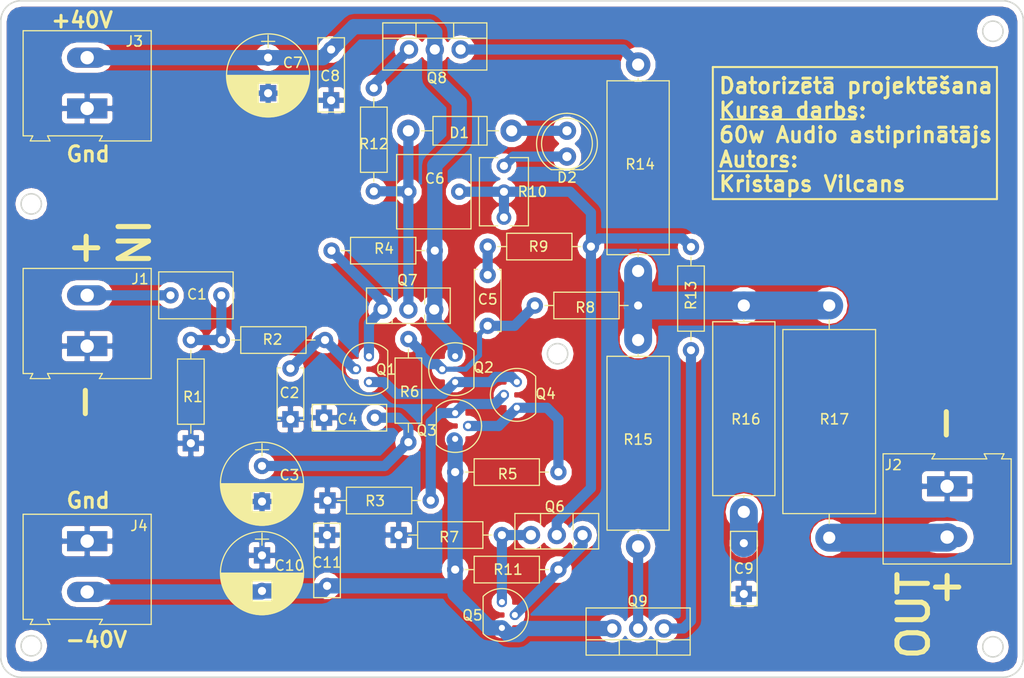
<source format=kicad_pcb>
(kicad_pcb (version 4) (host pcbnew 4.0.6)
  (title_block (title "Kursa darbs Datorizētajā projektēšanā") (rev "v 5.0") (comment 1 "Kristaps Vilcāns") (comment 2 Autors:) (comment 4 "60WAudio Pastiprinātājs"))
  (layers (0 F.Cu signal) (31 B.Cu signal) (34 B.Paste user) (37 F.SilkS user) (38 B.Mask user) (39 F.Mask user) (44 Edge.Cuts user))
  (net 0 "")
  (net 1 "Net-(C1-Pad1)")
  (net 2 "Net-(C1-Pad2)")
  (net 3 "Net-(C2-Pad1)")
  (net 4 GND)
  (net 5 "Net-(C3-Pad1)")
  (net 6 "Net-(C5-Pad1)")
  (net 7 "Net-(C5-Pad2)")
  (net 8 "Net-(C6-Pad1)")
  (net 9 "Net-(C6-Pad2)")
  (net 10 "Net-(C7-Pad1)")
  (net 11 "Net-(C9-Pad1)")
  (net 12 "Net-(D1-Pad1)")
  (net 13 "Net-(D2-Pad1)")
  (net 14 "Net-(J2-Pad1)")
  (net 15 "Net-(Q1-Pad3)")
  (net 16 "Net-(Q1-Pad1)")
  (net 17 "Net-(Q3-Pad2)")
  (net 18 "Net-(Q3-Pad1)")
  (net 19 "Net-(Q5-Pad2)")
  (net 20 "Net-(Q5-Pad1)")
  (net 21 "Net-(Q8-Pad1)")
  (net 22 "Net-(Q8-Pad3)")
  (net 23 "Net-(Q9-Pad1)")
  (net 24 "Net-(Q9-Pad2)")
  (net 25 "Net-(R14-Pad2)")
  (net 26 "Net-(C10-Pad2)")
  (module Capacitors_THT:C_Rect_L7.2mm_W4.5mm_P5.00mm_FKS2_FKP2_MKS2_MKP2 (layer F.Cu) (at 95 88.8 180)
    (fp_text reference C1 (at 2.4 0.1 180) (layer F.SilkS))
    (fp_text value 470nF)
    (pad 1 thru_hole circle (at 0 0 180) (size 1.6 1.6) (drill 0.8) (layers *.Cu *.Mask) (net 1 "Net-(C1-Pad1)"))
    (pad 2 thru_hole circle (at 5 0 180) (size 1.6 1.6) (drill 0.8) (layers *.Cu *.Mask) (net 2 "Net-(C1-Pad2)"))
  )
  (module Capacitors_THT:C_Disc_D5.0mm_W2.5mm_P5.00mm (layer F.Cu) (at 101.8 96 270)
    (fp_text reference C2 (at 2.4 0.1 360) (layer F.SilkS))
    (fp_text value 470pF)
    (pad 1 thru_hole circle (at 0 0 270) (size 1.6 1.6) (drill 0.8) (layers *.Cu *.Mask) (net 3 "Net-(C2-Pad1)"))
    (pad 2 thru_hole rect (at 5 0 270) (size 1.6 1.6) (drill 0.8) (layers *.Cu *.Mask) (net 4 GND))
  )
  (module Capacitors_THT:CP_Radial_D8.0mm_P3.50mm (layer F.Cu) (at 99 105.6 270)
    (fp_text reference C3 (at 0.9 -2.7 360) (layer F.SilkS))
    (fp_text value 47uF)
    (pad 1 thru_hole circle (at 0 0 270) (size 1.6 1.6) (drill 0.8) (layers *.Cu *.Mask) (net 5 "Net-(C3-Pad1)"))
    (pad 2 thru_hole rect (at 3.5 0 270) (size 1.6 1.6) (drill 0.8) (layers *.Cu *.Mask) (net 4 GND))
  )
  (module Capacitors_THT:C_Rect_L7.2mm_W2.5mm_P5.00mm_FKS2_FKP2_MKS2_MKP2 (layer F.Cu) (at 110.1008 100.8484 180)
    (fp_text reference C4 (at 2.7008 -0.1516 180) (layer F.SilkS))
    (fp_text value 100nF)
    (pad 1 thru_hole circle (at 0 0 180) (size 1.6 1.6) (drill 0.8) (layers *.Cu *.Mask) (net 5 "Net-(C3-Pad1)"))
    (pad 2 thru_hole rect (at 5 0 180) (size 1.6 1.6) (drill 0.8) (layers *.Cu *.Mask) (net 4 GND))
  )
  (module Capacitors_THT:C_Disc_D6.0mm_W2.5mm_P5.00mm (layer F.Cu) (at 121.2 91.8 90)
    (fp_text reference C5 (at 2.6 0 180) (layer F.SilkS))
    (fp_text value 10pF)
    (pad 1 thru_hole circle (at 0 0 90) (size 1.6 1.6) (drill 0.8) (layers *.Cu *.Mask) (net 6 "Net-(C5-Pad1)"))
    (pad 2 thru_hole circle (at 5 0 90) (size 1.6 1.6) (drill 0.8) (layers *.Cu *.Mask) (net 7 "Net-(C5-Pad2)"))
  )
  (module Capacitors_THT:C_Rect_L7.2mm_W7.2mm_P5.00mm_FKS2_FKP2_MKS2_MKP2 (layer F.Cu) (at 113.4 78.6)
    (fp_text reference C6 (at 2.6 -1.3) (layer F.SilkS))
    (fp_text value 1uF)
    (pad 1 thru_hole circle (at 0 0) (size 1.6 1.6) (drill 0.8) (layers *.Cu *.Mask) (net 8 "Net-(C6-Pad1)"))
    (pad 2 thru_hole circle (at 5 0) (size 1.6 1.6) (drill 0.8) (layers *.Cu *.Mask) (net 9 "Net-(C6-Pad2)"))
  )
  (module Capacitors_THT:CP_Radial_D8.0mm_P3.50mm (layer F.Cu) (at 99.6 65.4 270)
    (fp_text reference C7 (at 0.506 -2.4268 360) (layer F.SilkS))
    (fp_text value 100uF)
    (pad 1 thru_hole circle (at 0 0 270) (size 1.6 1.6) (drill 0.8) (layers *.Cu *.Mask) (net 10 "Net-(C7-Pad1)"))
    (pad 2 thru_hole rect (at 3.5 0 270) (size 1.6 1.6) (drill 0.8) (layers *.Cu *.Mask) (net 4 GND))
  )
  (module Capacitors_THT:C_Rect_L7.2mm_W2.5mm_P5.00mm_FKS2_FKP2_MKS2_MKP2 (layer F.Cu) (at 105.8 64.6 270)
    (fp_text reference C8 (at 2.6 0.1 360) (layer F.SilkS))
    (fp_text value 100nF)
    (pad 1 thru_hole circle (at 0 0 270) (size 1.6 1.6) (drill 0.8) (layers *.Cu *.Mask) (net 10 "Net-(C7-Pad1)"))
    (pad 2 thru_hole rect (at 5 0 270) (size 1.6 1.6) (drill 0.8) (layers *.Cu *.Mask) (net 4 GND))
  )
  (module Capacitors_THT:C_Rect_L7.2mm_W2.5mm_P5.00mm_FKS2_FKP2_MKS2_MKP2 (layer F.Cu) (at 146.4 113.2 270)
    (fp_text reference C9 (at 2.5 0 360) (layer F.SilkS))
    (fp_text value 100nF)
    (pad 1 thru_hole circle (at 0 0 270) (size 1.6 1.6) (drill 0.8) (layers *.Cu *.Mask) (net 11 "Net-(C9-Pad1)"))
    (pad 2 thru_hole rect (at 5 0 270) (size 1.6 1.6) (drill 0.8) (layers *.Cu *.Mask) (net 4 GND))
  )
  (module Capacitors_THT:CP_Radial_D8.0mm_P3.50mm (layer F.Cu) (at 99 114.4 270)
    (fp_text reference C10 (at 1 -2.7 360) (layer F.SilkS))
    (fp_text value 100uF)
    (pad 1 thru_hole rect (at 0 0 270) (size 1.6 1.6) (drill 0.8) (layers *.Cu *.Mask) (net 4 GND))
    (pad 2 thru_hole circle (at 3.5 0 270) (size 1.6 1.6) (drill 0.8) (layers *.Cu *.Mask) (net 26 "Net-(C10-Pad2)"))
  )
  (module Capacitors_THT:C_Rect_L7.2mm_W2.5mm_P5.00mm_FKS2_FKP2_MKS2_MKP2 (layer F.Cu) (at 105.4 117.4 90)
    (fp_text reference C11 (at 2.3 0 180) (layer F.SilkS))
    (fp_text value 100nF)
    (pad 1 thru_hole circle (at 0 0 90) (size 1.6 1.6) (drill 0.8) (layers *.Cu *.Mask) (net 26 "Net-(C10-Pad2)"))
    (pad 2 thru_hole rect (at 5 0 90) (size 1.6 1.6) (drill 0.8) (layers *.Cu *.Mask) (net 4 GND))
  )
  (module Diodes_THT:D_DO-41_SOD81_P10.16mm_Horizontal (layer F.Cu) (at 123.56 72.6 180)
    (fp_text reference D1 (at 5.16 -0.2 180) (layer F.SilkS))
    (fp_text value UF4002)
    (pad 1 thru_hole circle (at 0 0 180) (size 2.2 2.2) (drill 1.1) (layers *.Cu *.Mask) (net 12 "Net-(D1-Pad1)"))
    (pad 2 thru_hole oval (at 10.16 0 180) (size 2.2 2.2) (drill 1.1) (layers *.Cu *.Mask) (net 8 "Net-(C6-Pad1)"))
  )
  (module LEDs:LED_D5.0mm (layer F.Cu) (at 129 75.14 90)
    (fp_text reference D2 (at -2.06 0 180) (layer F.SilkS))
    (fp_text value RED_LED)
    (pad 1 thru_hole circle (at 0 0 90) (size 1.8 1.8) (drill 0.9) (layers *.Cu *.Mask) (net 13 "Net-(D2-Pad1)"))
    (pad 2 thru_hole circle (at 2.54 0 90) (size 1.8 1.8) (drill 0.9) (layers *.Cu *.Mask) (net 12 "Net-(D1-Pad1)"))
  )
  (module Connectors:AK300-2 (layer F.Cu) (at 81.8 88.8 270)
    (fp_text reference J1 (at -1.6 -5.2 360) (layer F.SilkS))
    (fp_text value INPUT)
    (pad 1 thru_hole oval (at 0 0 270) (size 1.98 3.96) (drill 1.32) (layers *.Cu F.Mask) (net 2 "Net-(C1-Pad2)"))
    (pad 2 thru_hole rect (at 5 0 270) (size 1.98 3.96) (drill 1.32) (layers *.Cu F.Mask) (net 4 GND))
  )
  (module Connectors:AK300-2 (layer F.Cu) (at 166.4 112.6 90)
    (fp_text reference J2 (at 7.1 -5.3 180) (layer F.SilkS))
    (fp_text value OUTPUT)
    (pad 1 thru_hole oval (at 0 0 90) (size 1.98 3.96) (drill 1.32) (layers *.Cu F.Mask) (net 14 "Net-(J2-Pad1)"))
    (pad 2 thru_hole rect (at 5 0 90) (size 1.98 3.96) (drill 1.32) (layers *.Cu F.Mask) (net 4 GND))
  )
  (module Connectors:AK300-2 (layer F.Cu) (at 81.8 65.4 270)
    (fp_text reference J3 (at -1.5992 -4.64 360) (layer F.SilkS))
    (fp_text value +40V)
    (pad 1 thru_hole oval (at 0 0 270) (size 1.98 3.96) (drill 1.32) (layers *.Cu F.Mask) (net 10 "Net-(C7-Pad1)"))
    (pad 2 thru_hole rect (at 5 0 270) (size 1.98 3.96) (drill 1.32) (layers *.Cu F.Mask) (net 4 GND))
  )
  (module Connectors:AK300-2 (layer F.Cu) (at 81.8 113 270)
    (fp_text reference J4 (at -1.5 -5.1 360) (layer F.SilkS))
    (fp_text value -40V)
    (pad 1 thru_hole rect (at 0 0 270) (size 1.98 3.96) (drill 1.32) (layers *.Cu F.Mask) (net 4 GND))
    (pad 2 thru_hole oval (at 5 0 270) (size 1.98 3.96) (drill 1.32) (layers *.Cu F.Mask) (net 26 "Net-(C10-Pad2)"))
  )
  (module TO_SOT_Packages_THT:TO-92_Molded_Narrow (layer F.Cu) (at 109.5204 97.34 90)
    (fp_text reference Q1 (at 1.24 1.6796 180) (layer F.SilkS))
    (fp_text value MPSA43)
    (pad 2 thru_hole circle (at 1.27 -1.27 180) (size 1 1) (drill 0.6) (layers *.Cu *.Mask) (net 3 "Net-(C2-Pad1)"))
    (pad 3 thru_hole circle (at 2.54 0 180) (size 1 1) (drill 0.6) (layers *.Cu *.Mask) (net 15 "Net-(Q1-Pad3)"))
    (pad 1 thru_hole circle (at 0 0 180) (size 1 1) (drill 0.6) (layers *.Cu *.Mask) (net 16 "Net-(Q1-Pad1)"))
  )
  (module TO_SOT_Packages_THT:TO-92_Molded_Narrow (layer F.Cu) (at 118 97.34 90)
    (fp_text reference Q2 (at 1.44 2.8 180) (layer F.SilkS))
    (fp_text value MPSA43)
    (pad 2 thru_hole circle (at 1.27 -1.27 180) (size 1 1) (drill 0.6) (layers *.Cu *.Mask) (net 6 "Net-(C5-Pad1)"))
    (pad 3 thru_hole circle (at 2.54 0 180) (size 1 1) (drill 0.6) (layers *.Cu *.Mask) (net 10 "Net-(C7-Pad1)"))
    (pad 1 thru_hole circle (at 0 0 180) (size 1 1) (drill 0.6) (layers *.Cu *.Mask) (net 16 "Net-(Q1-Pad1)"))
  )
  (module TO_SOT_Packages_THT:TO-92_Molded_Narrow (layer F.Cu) (at 118 100.3912 270)
    (fp_text reference Q3 (at 1.7088 2.8 360) (layer F.SilkS))
    (fp_text value BC546)
    (pad 2 thru_hole circle (at 1.27 -1.27) (size 1 1) (drill 0.6) (layers *.Cu *.Mask) (net 17 "Net-(Q3-Pad2)"))
    (pad 3 thru_hole circle (at 2.54 0) (size 1 1) (drill 0.6) (layers *.Cu *.Mask) (net 26 "Net-(C10-Pad2)"))
    (pad 1 thru_hole circle (at 0 0) (size 1 1) (drill 0.6) (layers *.Cu *.Mask) (net 18 "Net-(Q3-Pad1)"))
  )
  (module TO_SOT_Packages_THT:TO-92_Molded_Narrow (layer F.Cu) (at 124.07 99.87 90)
    (fp_text reference Q4 (at 1.37 2.83 180) (layer F.SilkS))
    (fp_text value MPSA43)
    (pad 2 thru_hole circle (at 1.27 -1.27 180) (size 1 1) (drill 0.6) (layers *.Cu *.Mask) (net 18 "Net-(Q3-Pad1)"))
    (pad 3 thru_hole circle (at 2.54 0 180) (size 1 1) (drill 0.6) (layers *.Cu *.Mask) (net 16 "Net-(Q1-Pad1)"))
    (pad 1 thru_hole circle (at 0 0 180) (size 1 1) (drill 0.6) (layers *.Cu *.Mask) (net 17 "Net-(Q3-Pad2)"))
  )
  (module TO_SOT_Packages_THT:TO-92_Molded_Narrow (layer F.Cu) (at 122.6 119 270)
    (fp_text reference Q5 (at 1.3 2.9 360) (layer F.SilkS))
    (fp_text value BC546)
    (pad 2 thru_hole circle (at 1.27 -1.27) (size 1 1) (drill 0.6) (layers *.Cu *.Mask) (net 19 "Net-(Q5-Pad2)"))
    (pad 3 thru_hole circle (at 2.54 0) (size 1 1) (drill 0.6) (layers *.Cu *.Mask) (net 26 "Net-(C10-Pad2)"))
    (pad 1 thru_hole circle (at 0 0) (size 1 1) (drill 0.6) (layers *.Cu *.Mask) (net 20 "Net-(Q5-Pad1)"))
  )
  (module TO_SOT_Packages_THT:TO-126_Vertical (layer F.Cu) (at 125.46 112.4)
    (fp_text reference Q6 (at 2.34 -2.8) (layer F.SilkS))
    (fp_text value MJE340)
    (pad 1 thru_hole circle (at 0 0) (size 1.8 1.8) (drill 1) (layers *.Cu *.Mask) (net 20 "Net-(Q5-Pad1)"))
    (pad 2 thru_hole oval (at 2.54 0) (size 1.8 1.8) (drill 1) (layers *.Cu *.Mask) (net 9 "Net-(C6-Pad2)"))
    (pad 3 thru_hole oval (at 5.08 0) (size 1.8 1.8) (drill 1) (layers *.Cu *.Mask) (net 19 "Net-(Q5-Pad2)"))
  )
  (module TO_SOT_Packages_THT:TO-126_Vertical (layer F.Cu) (at 110.86 90.2)
    (fp_text reference Q7 (at 2.44 -2.9) (layer F.SilkS))
    (fp_text value MJE350)
    (pad 1 thru_hole circle (at 0 0) (size 1.8 1.8) (drill 1) (layers *.Cu *.Mask) (net 15 "Net-(Q1-Pad3)"))
    (pad 2 thru_hole oval (at 2.54 0) (size 1.8 1.8) (drill 1) (layers *.Cu *.Mask) (net 8 "Net-(C6-Pad1)"))
    (pad 3 thru_hole oval (at 5.08 0) (size 1.8 1.8) (drill 1) (layers *.Cu *.Mask) (net 10 "Net-(C7-Pad1)"))
  )
  (module TO_SOT_Packages_THT:TO-220_Vertical (layer F.Cu) (at 113.46 64.6)
    (fp_text reference Q8 (at 2.74 2.8) (layer F.SilkS))
    (fp_text value IRFP240)
    (pad 1 thru_hole circle (at 0 0) (size 1.8 1.8) (drill 1) (layers *.Cu *.Mask) (net 21 "Net-(Q8-Pad1)"))
    (pad 2 thru_hole oval (at 2.54 0) (size 1.8 1.8) (drill 1) (layers *.Cu *.Mask) (net 10 "Net-(C7-Pad1)"))
    (pad 3 thru_hole oval (at 5.08 0) (size 1.8 1.8) (drill 1) (layers *.Cu *.Mask) (net 22 "Net-(Q8-Pad3)"))
  )
  (module TO_SOT_Packages_THT:TO-220_Vertical (layer F.Cu) (at 138.54 121.6 180)
    (fp_text reference Q9 (at 2.5908 2.7 180) (layer F.SilkS))
    (fp_text value IRFP9240)
    (pad 1 thru_hole circle (at 0 0 180) (size 1.8 1.8) (drill 1) (layers *.Cu *.Mask) (net 23 "Net-(Q9-Pad1)"))
    (pad 2 thru_hole oval (at 2.54 0 180) (size 1.8 1.8) (drill 1) (layers *.Cu *.Mask) (net 24 "Net-(Q9-Pad2)"))
    (pad 3 thru_hole oval (at 5.08 0 180) (size 1.8 1.8) (drill 1) (layers *.Cu *.Mask) (net 26 "Net-(C10-Pad2)"))
  )
  (module Resistors_THT:R_Axial_DIN0207_L6.3mm_D2.5mm_P10.16mm_Horizontal (layer F.Cu) (at 92 93.2 270)
    (fp_text reference R1 (at 5.6 -0.2 360) (layer F.SilkS))
    (fp_text value 47k)
    (pad 1 thru_hole circle (at 0 0 270) (size 1.6 1.6) (drill 0.8) (layers *.Cu *.Mask) (net 1 "Net-(C1-Pad1)"))
    (pad 2 thru_hole rect (at 10.16 0 270) (size 1.6 1.6) (drill 0.8) (layers *.Cu *.Mask) (net 4 GND))
  )
  (module Resistors_THT:R_Axial_DIN0207_L6.3mm_D2.5mm_P10.16mm_Horizontal (layer F.Cu) (at 105.2 93.2 180)
    (fp_text reference R2 (at 5.1656 0.0524 180) (layer F.SilkS))
    (fp_text value 4k7)
    (pad 1 thru_hole circle (at 0 0 180) (size 1.6 1.6) (drill 0.8) (layers *.Cu *.Mask) (net 3 "Net-(C2-Pad1)"))
    (pad 2 thru_hole oval (at 10.16 0 180) (size 1.6 1.6) (drill 0.8) (layers *.Cu *.Mask) (net 1 "Net-(C1-Pad1)"))
  )
  (module Resistors_THT:R_Axial_DIN0207_L6.3mm_D2.5mm_P10.16mm_Horizontal (layer F.Cu) (at 115.6 109 180)
    (fp_text reference R3 (at 5.4736 -0.046 180) (layer F.SilkS))
    (fp_text value 22k)
    (pad 1 thru_hole circle (at 0 0 180) (size 1.6 1.6) (drill 0.8) (layers *.Cu *.Mask) (net 18 "Net-(Q3-Pad1)"))
    (pad 2 thru_hole rect (at 10.16 0 180) (size 1.6 1.6) (drill 0.8) (layers *.Cu *.Mask) (net 4 GND))
  )
  (module Resistors_THT:R_Axial_DIN0207_L6.3mm_D2.5mm_P10.16mm_Horizontal (layer F.Cu) (at 116 84.4 180)
    (fp_text reference R4 (at 5 0.2 180) (layer F.SilkS))
    (fp_text value 1k)
    (pad 1 thru_hole circle (at 0 0 180) (size 1.6 1.6) (drill 0.8) (layers *.Cu *.Mask) (net 10 "Net-(C7-Pad1)"))
    (pad 2 thru_hole oval (at 10.16 0 180) (size 1.6 1.6) (drill 0.8) (layers *.Cu *.Mask) (net 15 "Net-(Q1-Pad3)"))
  )
  (module Resistors_THT:R_Axial_DIN0207_L6.3mm_D2.5mm_P10.16mm_Horizontal (layer F.Cu) (at 128.16 106.2 180)
    (fp_text reference R5 (at 5 -0.2 180) (layer F.SilkS))
    (fp_text value 330R)
    (pad 1 thru_hole circle (at 0 0 180) (size 1.6 1.6) (drill 0.8) (layers *.Cu *.Mask) (net 17 "Net-(Q3-Pad2)"))
    (pad 2 thru_hole oval (at 10.16 0 180) (size 1.6 1.6) (drill 0.8) (layers *.Cu *.Mask) (net 26 "Net-(C10-Pad2)"))
  )
  (module Resistors_THT:R_Axial_DIN0207_L6.3mm_D2.5mm_P10.16mm_Horizontal (layer F.Cu) (at 113.4 93.1 270)
    (fp_text reference R6 (at 5.2 -0.1204 360) (layer F.SilkS))
    (fp_text value 1k5)
    (pad 1 thru_hole circle (at 0 0 270) (size 1.6 1.6) (drill 0.8) (layers *.Cu *.Mask) (net 6 "Net-(C5-Pad1)"))
    (pad 2 thru_hole oval (at 10.16 0 270) (size 1.6 1.6) (drill 0.8) (layers *.Cu *.Mask) (net 5 "Net-(C3-Pad1)"))
  )
  (module Resistors_THT:R_Axial_DIN0207_L6.3mm_D2.5mm_P10.16mm_Horizontal (layer F.Cu) (at 122.6 112.4 180)
    (fp_text reference R7 (at 5.2 -0.2 180) (layer F.SilkS))
    (fp_text value 15k)
    (pad 1 thru_hole circle (at 0 0 180) (size 1.6 1.6) (drill 0.8) (layers *.Cu *.Mask) (net 20 "Net-(Q5-Pad1)"))
    (pad 2 thru_hole rect (at 10.16 0 180) (size 1.6 1.6) (drill 0.8) (layers *.Cu *.Mask) (net 4 GND))
  )
  (module Resistors_THT:R_Axial_DIN0207_L6.3mm_D2.5mm_P10.16mm_Horizontal (layer F.Cu) (at 136 89.8 180)
    (fp_text reference R8 (at 5.2 -0.2 180) (layer F.SilkS))
    (fp_text value 33k)
    (pad 1 thru_hole circle (at 0 0 180) (size 1.6 1.6) (drill 0.8) (layers *.Cu *.Mask) (net 25 "Net-(R14-Pad2)"))
    (pad 2 thru_hole oval (at 10.16 0 180) (size 1.6 1.6) (drill 0.8) (layers *.Cu *.Mask) (net 6 "Net-(C5-Pad1)"))
  )
  (module Resistors_THT:R_Axial_DIN0207_L6.3mm_D2.5mm_P10.16mm_Horizontal (layer F.Cu) (at 131.36 84 180)
    (fp_text reference R9 (at 5.16 0 180) (layer F.SilkS))
    (fp_text value 150k)
    (pad 1 thru_hole circle (at 0 0 180) (size 1.6 1.6) (drill 0.8) (layers *.Cu *.Mask) (net 9 "Net-(C6-Pad2)"))
    (pad 2 thru_hole oval (at 10.16 0 180) (size 1.6 1.6) (drill 0.8) (layers *.Cu *.Mask) (net 7 "Net-(C5-Pad2)"))
  )
  (module Potentiometers:Potentiometer_Trimmer_Vishay_T73XW_Vertical (layer F.Cu) (at 122.8 76.06)
    (fp_text reference R10 (at 2.8 2.54 180) (layer F.SilkS))
    (fp_text value 500R)
    (pad 2 thru_hole circle (at 0 5.08) (size 1.44 1.44) (drill 0.8) (layers *.Cu *.Mask) (net 9 "Net-(C6-Pad2)"))
    (pad 2 thru_hole circle (at 0 2.54) (size 1.44 1.44) (drill 0.8) (layers *.Cu *.Mask) (net 9 "Net-(C6-Pad2)"))
    (pad 1 thru_hole circle (at 0 0) (size 1.44 1.44) (drill 0.8) (layers *.Cu *.Mask) (net 13 "Net-(D2-Pad1)"))
  )
  (module Resistors_THT:R_Axial_DIN0207_L6.3mm_D2.5mm_P10.16mm_Horizontal (layer F.Cu) (at 128.16 115.8 180)
    (fp_text reference R11 (at 4.96 0 180) (layer F.SilkS))
    (fp_text value 39R)
    (pad 1 thru_hole circle (at 0 0 180) (size 1.6 1.6) (drill 0.8) (layers *.Cu *.Mask) (net 19 "Net-(Q5-Pad2)"))
    (pad 2 thru_hole oval (at 10.16 0 180) (size 1.6 1.6) (drill 0.8) (layers *.Cu *.Mask) (net 26 "Net-(C10-Pad2)"))
  )
  (module Resistors_THT:R_Axial_DIN0207_L6.3mm_D2.5mm_P10.16mm_Horizontal (layer F.Cu) (at 110 68.4 270)
    (fp_text reference R12 (at 5.5 0 360) (layer F.SilkS))
    (fp_text value 330R)
    (pad 1 thru_hole circle (at 0 0 270) (size 1.6 1.6) (drill 0.8) (layers *.Cu *.Mask) (net 21 "Net-(Q8-Pad1)"))
    (pad 2 thru_hole oval (at 10.16 0 270) (size 1.6 1.6) (drill 0.8) (layers *.Cu *.Mask) (net 8 "Net-(C6-Pad1)"))
  )
  (module Resistors_THT:R_Axial_DIN0207_L6.3mm_D2.5mm_P10.16mm_Horizontal (layer F.Cu) (at 141.2 94.2 90)
    (fp_text reference R13 (at 5.4 0 90) (layer F.SilkS))
    (fp_text value 330R)
    (pad 1 thru_hole circle (at 0 0 90) (size 1.6 1.6) (drill 0.8) (layers *.Cu *.Mask) (net 23 "Net-(Q9-Pad1)"))
    (pad 2 thru_hole oval (at 10.16 0 90) (size 1.6 1.6) (drill 0.8) (layers *.Cu *.Mask) (net 9 "Net-(C6-Pad2)"))
  )
  (module Resistors_THT:R_Axial_DIN0617_L17.0mm_D6.0mm_P20.32mm_Horizontal (layer F.Cu) (at 136 66.08 270)
    (fp_text reference R14 (at 9.82 -0.2 360) (layer F.SilkS))
    (fp_text value R33)
    (pad 1 thru_hole circle (at 0 0 270) (size 2.4 2.4) (drill 1.2) (layers *.Cu *.Mask) (net 22 "Net-(Q8-Pad3)"))
    (pad 2 thru_hole oval (at 20.32 0 270) (size 2.4 2.4) (drill 1.2) (layers *.Cu *.Mask) (net 25 "Net-(R14-Pad2)"))
  )
  (module Resistors_THT:R_Axial_DIN0617_L17.0mm_D6.0mm_P20.32mm_Horizontal (layer F.Cu) (at 136 93.2 270)
    (fp_text reference R15 (at 9.8 0 360) (layer F.SilkS))
    (fp_text value R33)
    (pad 1 thru_hole circle (at 0 0 270) (size 2.4 2.4) (drill 1.2) (layers *.Cu *.Mask) (net 25 "Net-(R14-Pad2)"))
    (pad 2 thru_hole oval (at 20.32 0 270) (size 2.4 2.4) (drill 1.2) (layers *.Cu *.Mask) (net 24 "Net-(Q9-Pad2)"))
  )
  (module Resistors_THT:R_Axial_DIN0617_L17.0mm_D6.0mm_P20.32mm_Horizontal (layer F.Cu) (at 146.4 89.8 270)
    (fp_text reference R16 (at 11.2 -0.2 360) (layer F.SilkS))
    (fp_text value 10R)
    (pad 1 thru_hole circle (at 0 0 270) (size 2.4 2.4) (drill 1.2) (layers *.Cu *.Mask) (net 25 "Net-(R14-Pad2)"))
    (pad 2 thru_hole oval (at 20.32 0 270) (size 2.4 2.4) (drill 1.2) (layers *.Cu *.Mask) (net 11 "Net-(C9-Pad1)"))
  )
  (module Resistors_THT:R_Axial_DIN0918_L18.0mm_D9.0mm_P22.86mm_Horizontal (layer F.Cu) (at 154.8 112.66 90)
    (fp_text reference R17 (at 11.66 0.5 180) (layer F.SilkS))
    (fp_text value R22)
    (pad 1 thru_hole circle (at 0 0 90) (size 2.4 2.4) (drill 1.2) (layers *.Cu *.Mask) (net 14 "Net-(J2-Pad1)"))
    (pad 2 thru_hole oval (at 22.86 0 90) (size 2.4 2.4) (drill 1.2) (layers *.Cu *.Mask) (net 25 "Net-(R14-Pad2)"))
  )
  (gr_line (start 143.9 76.575) (end 150.65 76.575) (layer F.SilkS) (width 0.2))
  (gr_line (start 144.15 71.475) (end 157.375 71.475) (layer F.SilkS) (width 0.2))
  (gr_line (start 143.35 66.325) (end 143.35 79.325) (layer F.SilkS) (width 0.2))
  (gr_line (start 171.3 66.325) (end 143.35 66.325) (layer F.SilkS) (width 0.2))
  (gr_line (start 171.3 79.325) (end 171.3 66.325) (layer F.SilkS) (width 0.2))
  (gr_line (start 143.35 79.325) (end 171.3 79.325) (layer F.SilkS) (width 0.2))
  (gr_circle (center 128.075 94.55) (end 128.025 93.55) (layer Edge.Cuts) (width 0.15))
  (gr_text "Datorizētā projektēšana\nKursa darbs: \n60w Audio astiprinātājs\nAutors: \nKristaps Vilcans" (at 143.8 73) (layer F.SilkS) (effects (font (size 1.5 1.5) (thickness 0.3)) (justify left)))
  (gr_text Gnd (at 81.9 74.9) (layer F.SilkS) (effects (font (size 1.5 1.5) (thickness 0.3))))
  (gr_text Gnd (at 81.9 109) (layer F.SilkS) (effects (font (size 1.5 1.5) (thickness 0.3))))
  (gr_text - (at 166.1 101.4 90) (layer F.SilkS) (effects (font (size 3 3) (thickness 0.5))))
  (gr_text + (at 166.4 117.3) (layer F.SilkS) (effects (font (size 3 3) (thickness 0.5))))
  (gr_text +40V (at 81.3 61.7) (layer F.SilkS) (effects (font (size 1.5 1.5) (thickness 0.3))))
  (gr_text - (at 81.4 99.3 90) (layer F.SilkS) (effects (font (size 3 3) (thickness 0.5))))
  (gr_text + (at 81.7 83.9) (layer F.SilkS) (effects (font (size 3 3) (thickness 0.5))))
  (gr_text -40V (at 82.7 122.7) (layer F.SilkS) (effects (font (size 1.5 1.5) (thickness 0.3))))
  (gr_text OUT (at 163.1 120.3 90) (layer F.SilkS) (effects (font (size 3 3) (thickness 0.5))))
  (gr_text IN (at 86.2 83.6 270) (layer F.SilkS) (effects (font (size 3 3) (thickness 0.5))))
  (gr_circle (center 170.9 62.8) (end 170.9 61.8) (layer Edge.Cuts) (width 0.15))
  (gr_circle (center 170.9 123.4) (end 170.875 122.4) (layer Edge.Cuts) (width 0.15))
  (gr_circle (center 76.3 79.8) (end 76.3 80.8) (layer Edge.Cuts) (width 0.15))
  (gr_circle (center 76.3 123.3) (end 76.3 124.3) (layer Edge.Cuts) (width 0.15))
  (gr_line (start 75.3 59.8) (end 171.9 59.8) (layer Edge.Cuts) (width 0.15))
  (gr_line (start 73.3 124.4) (end 73.3 61.8) (layer Edge.Cuts) (width 0.15))
  (gr_line (start 171.9 126.4) (end 75.3 126.4) (layer Edge.Cuts) (width 0.15))
  (gr_line (start 173.9 61.8) (end 173.9 124.4) (layer Edge.Cuts) (width 0.15))
  (gr_arc (start 75.3 124.4) (end 75.3 126.4) (angle 90) (layer Edge.Cuts) (width 0.15))
  (gr_arc (start 75.3 61.8) (end 73.3 61.8) (angle 90) (layer Edge.Cuts) (width 0.15))
  (gr_arc (start 171.9 61.8) (end 171.9 59.8) (angle 90) (layer Edge.Cuts) (width 0.15))
  (gr_arc (start 171.9 124.4) (end 173.9 124.4) (angle 90) (layer Edge.Cuts) (width 0.15))
  (segment (start 95.04 93.2) (end 92 93.2) (width 1) (layer B.Cu) (net 1))
  (segment (start 95 88.8) (end 95 93.16) (width 1) (layer B.Cu) (net 1))
  (segment (start 95 93.16) (end 95.04 93.2) (width 1) (layer B.Cu) (net 1))
  (segment (start 90 88.8) (end 81.8 88.8) (width 1) (layer B.Cu) (net 2))
  (segment (start 105.2 93.2) (end 104.6 93.2) (width 1) (layer B.Cu) (net 3))
  (segment (start 104.6 93.2) (end 101.8 96) (width 1) (layer B.Cu) (net 3))
  (segment (start 108.2504 96.07) (end 108.07 96.07) (width 1) (layer B.Cu) (net 3))
  (segment (start 108.07 96.07) (end 105.2 93.2) (width 1) (layer B.Cu) (net 3))
  (segment (start 101.8 96) (end 102.4 96) (width 0.5) (layer B.Cu) (net 3))
  (segment (start 113.4 103.26) (end 113.4 101.8484) (width 1) (layer B.Cu) (net 5))
  (segment (start 113.4 101.8484) (end 112.4 100.8484) (width 1) (layer B.Cu) (net 5))
  (segment (start 112.4 100.8484) (end 110.1008 100.8484) (width 1) (layer B.Cu) (net 5))
  (segment (start 99 105.6) (end 111.06 105.6) (width 1) (layer B.Cu) (net 5))
  (segment (start 111.06 105.6) (end 113.4 103.26) (width 1) (layer B.Cu) (net 5))
  (segment (start 121.2 91.8) (end 120.400001 92.599999) (width 0.5) (layer B.Cu) (net 6))
  (segment (start 120.400001 92.599999) (end 120.400001 94.699999) (width 0.5) (layer B.Cu) (net 6))
  (segment (start 120.400001 94.699999) (end 119.03 96.07) (width 0.5) (layer B.Cu) (net 6))
  (segment (start 119.03 96.07) (end 117.437106 96.07) (width 0.5) (layer B.Cu) (net 6))
  (segment (start 117.437106 96.07) (end 116.73 96.07) (width 0.5) (layer B.Cu) (net 6))
  (segment (start 113.4 93.1) (end 114.599999 94.299999) (width 1) (layer B.Cu) (net 6))
  (segment (start 114.599999 94.299999) (end 114.599999 94.628001) (width 1) (layer B.Cu) (net 6))
  (segment (start 114.599999 94.628001) (end 115.541999 95.570001) (width 1) (layer B.Cu) (net 6))
  (segment (start 115.541999 95.570001) (end 116.230001 95.570001) (width 1) (layer B.Cu) (net 6))
  (segment (start 116.230001 95.570001) (end 116.73 96.07) (width 1) (layer B.Cu) (net 6))
  (segment (start 113.4 93.1) (end 113.76 93.1) (width 1) (layer B.Cu) (net 6))
  (segment (start 121.2 91.8) (end 123.84 91.8) (width 1) (layer B.Cu) (net 6))
  (segment (start 123.84 91.8) (end 125.84 89.8) (width 1) (layer B.Cu) (net 6))
  (segment (start 121.2 84) (end 121.2 86.8) (width 1) (layer B.Cu) (net 7))
  (segment (start 113.4 78.6) (end 113.4 79.73137) (width 1) (layer B.Cu) (net 8))
  (segment (start 113.4 79.73137) (end 113.4 90.2) (width 1) (layer B.Cu) (net 8))
  (segment (start 110 78.56) (end 113.36 78.56) (width 1) (layer B.Cu) (net 8))
  (segment (start 113.36 78.56) (end 113.4 78.6) (width 1) (layer B.Cu) (net 8))
  (segment (start 113.4 72.6) (end 113.4 78.6) (width 1) (layer B.Cu) (net 8))
  (segment (start 122.8 81.14) (end 122.8 78.6) (width 1) (layer B.Cu) (net 9))
  (segment (start 122.8 78.6) (end 118.4 78.6) (width 1) (layer B.Cu) (net 9))
  (segment (start 129.3 78.6) (end 122.8 78.6) (width 1) (layer B.Cu) (net 9))
  (segment (start 131.36 84) (end 131.36 80.66) (width 1) (layer B.Cu) (net 9))
  (segment (start 131.36 80.66) (end 129.3 78.6) (width 1) (layer B.Cu) (net 9))
  (segment (start 131.36 84) (end 132.159999 83.200001) (width 1) (layer B.Cu) (net 9))
  (segment (start 140.360001 83.200001) (end 140.400001 83.240001) (width 1) (layer B.Cu) (net 9))
  (segment (start 132.159999 83.200001) (end 140.360001 83.200001) (width 1) (layer B.Cu) (net 9))
  (segment (start 140.400001 83.240001) (end 141.2 84.04) (width 1) (layer B.Cu) (net 9))
  (segment (start 128 112.4) (end 128 111.127208) (width 1) (layer B.Cu) (net 9))
  (segment (start 128 111.127208) (end 131.36 107.767208) (width 1) (layer B.Cu) (net 9))
  (segment (start 131.36 107.767208) (end 131.36 85.13137) (width 1) (layer B.Cu) (net 9))
  (segment (start 131.36 85.13137) (end 131.36 84) (width 1) (layer B.Cu) (net 9))
  (segment (start 140.360001 83.200001) (end 141.2 84.04) (width 0.5) (layer B.Cu) (net 9))
  (segment (start 115.94 90.2) (end 115.94 91.472792) (width 1.5) (layer B.Cu) (net 10))
  (segment (start 118 93.532792) (end 118 94.601998) (width 1.5) (layer B.Cu) (net 10))
  (segment (start 115.94 91.472792) (end 118 93.532792) (width 1.5) (layer B.Cu) (net 10))
  (segment (start 116 84.4) (end 116 90.14) (width 1.5) (layer B.Cu) (net 10))
  (segment (start 116 90.14) (end 115.94 90.2) (width 1.5) (layer B.Cu) (net 10))
  (segment (start 116 76) (end 116 84.4) (width 1.5) (layer B.Cu) (net 10))
  (segment (start 118.4 73.6) (end 116 76) (width 1.5) (layer B.Cu) (net 10))
  (segment (start 118.4 69.8) (end 118.4 73.6) (width 1.5) (layer B.Cu) (net 10))
  (segment (start 116 64.6) (end 116 67.4) (width 1.5) (layer B.Cu) (net 10))
  (segment (start 116 67.4) (end 118.4 69.8) (width 1.5) (layer B.Cu) (net 10))
  (segment (start 116 64.6) (end 116 62.909998) (width 1.5) (layer B.Cu) (net 10))
  (segment (start 116 62.909998) (end 115.440001 62.349999) (width 1.5) (layer B.Cu) (net 10))
  (segment (start 115.440001 62.349999) (end 108.050001 62.349999) (width 1.5) (layer B.Cu) (net 10))
  (segment (start 106.599999 63.800001) (end 105.8 64.6) (width 1.5) (layer B.Cu) (net 10))
  (segment (start 108.050001 62.349999) (end 106.599999 63.800001) (width 1.5) (layer B.Cu) (net 10))
  (segment (start 99.6 65.4) (end 105 65.4) (width 1.5) (layer B.Cu) (net 10))
  (segment (start 105 65.4) (end 105.8 64.6) (width 1.5) (layer B.Cu) (net 10))
  (segment (start 81.8 65.4) (end 99.6 65.4) (width 1.5) (layer B.Cu) (net 10))
  (segment (start 146.4 113.2) (end 146.4 110.12) (width 2.75) (layer B.Cu) (net 11))
  (segment (start 123.56 72.6) (end 129 72.6) (width 1) (layer B.Cu) (net 12))
  (segment (start 129 75.14) (end 123.72 75.14) (width 1) (layer B.Cu) (net 13))
  (segment (start 123.72 75.14) (end 122.8 76.06) (width 1) (layer B.Cu) (net 13))
  (segment (start 154.8 112.66) (end 166.34 112.66) (width 2.75) (layer B.Cu) (net 14))
  (segment (start 166.34 112.66) (end 166.4 112.6) (width 2.75) (layer B.Cu) (net 14))
  (segment (start 109.5204 91.5396) (end 109.5204 94.8) (width 1) (layer B.Cu) (net 15))
  (segment (start 110.86 90.2) (end 109.5204 91.5396) (width 1) (layer B.Cu) (net 15))
  (segment (start 110.86 90.2) (end 110.86 89.42) (width 1) (layer B.Cu) (net 15))
  (segment (start 110.86 89.42) (end 105.84 84.4) (width 1) (layer B.Cu) (net 15))
  (segment (start 121.46 97.34) (end 121.969999 96.830001) (width 1) (layer B.Cu) (net 16))
  (segment (start 121.969999 96.830001) (end 123.570001 96.830001) (width 1) (layer B.Cu) (net 16))
  (segment (start 123.570001 96.830001) (end 124.07 97.33) (width 1) (layer B.Cu) (net 16))
  (segment (start 118 97.34) (end 121.46 97.34) (width 1) (layer B.Cu) (net 16))
  (segment (start 112.1804 98.5) (end 116.84 98.5) (width 1) (layer B.Cu) (net 16))
  (segment (start 116.84 98.5) (end 118 97.34) (width 1) (layer B.Cu) (net 16))
  (segment (start 109.5204 97.34) (end 111.0204 97.34) (width 1) (layer B.Cu) (net 16))
  (segment (start 111.0204 97.34) (end 112.1804 98.5) (width 1) (layer B.Cu) (net 16))
  (segment (start 117.969999 97.370001) (end 118 97.34) (width 1) (layer B.Cu) (net 16))
  (segment (start 124.07 99.87) (end 122.2788 101.6612) (width 1) (layer B.Cu) (net 17))
  (segment (start 122.2788 101.6612) (end 119.27 101.6612) (width 1) (layer B.Cu) (net 17))
  (segment (start 128.16 101) (end 128.16 106.2) (width 1) (layer B.Cu) (net 17))
  (segment (start 124.07 99.87) (end 127.03 99.87) (width 1) (layer B.Cu) (net 17))
  (segment (start 127.03 99.87) (end 128.16 101) (width 1) (layer B.Cu) (net 17))
  (segment (start 118.9 99.5) (end 121.9 99.5) (width 1) (layer B.Cu) (net 18))
  (segment (start 121.9 99.5) (end 122.8 98.6) (width 1) (layer B.Cu) (net 18))
  (segment (start 118.0088 100.3912) (end 118.9 99.5) (width 1) (layer B.Cu) (net 18))
  (segment (start 118 100.3912) (end 116.5 100.3912) (width 1) (layer B.Cu) (net 18))
  (segment (start 116.5 100.3912) (end 115.6 101.2912) (width 1) (layer B.Cu) (net 18))
  (segment (start 115.6 101.2912) (end 115.6 107.86863) (width 1) (layer B.Cu) (net 18))
  (segment (start 115.6 107.86863) (end 115.6 109) (width 1) (layer B.Cu) (net 18))
  (segment (start 128.16 115.8) (end 128.16 115.98) (width 1) (layer B.Cu) (net 19))
  (segment (start 128.16 115.98) (end 123.87 120.27) (width 1) (layer B.Cu) (net 19))
  (segment (start 130.54 112.4) (end 130.54 113.42) (width 1) (layer B.Cu) (net 19))
  (segment (start 130.54 113.42) (end 128.16 115.8) (width 1) (layer B.Cu) (net 19))
  (segment (start 122.6 112.4) (end 125.46 112.4) (width 1) (layer B.Cu) (net 20))
  (segment (start 122.6 119) (end 122.6 112.4) (width 1) (layer B.Cu) (net 20))
  (segment (start 110 68.4) (end 110 68.06) (width 1) (layer B.Cu) (net 21))
  (segment (start 110 68.06) (end 113.46 64.6) (width 1) (layer B.Cu) (net 21))
  (segment (start 118.54 64.6) (end 134.52 64.6) (width 1) (layer B.Cu) (net 22))
  (segment (start 134.52 64.6) (end 136 66.08) (width 1) (layer B.Cu) (net 22))
  (segment (start 141.2 94.2) (end 141.2 120.84) (width 1) (layer B.Cu) (net 23))
  (segment (start 141.2 120.84) (end 140.44 121.6) (width 1) (layer B.Cu) (net 23))
  (segment (start 140.44 121.6) (end 138.54 121.6) (width 1) (layer B.Cu) (net 23))
  (segment (start 136 113.52) (end 136 121.6) (width 1) (layer B.Cu) (net 24))
  (segment (start 136 86.4) (end 136 89.8) (width 2.75) (layer B.Cu) (net 25))
  (segment (start 136 93.2) (end 136 89.8) (width 2.75) (layer B.Cu) (net 25))
  (segment (start 146.4 89.8) (end 136 89.8) (width 2.75) (layer B.Cu) (net 25))
  (segment (start 154.8 89.8) (end 146.4 89.8) (width 2.75) (layer B.Cu) (net 25))
  (segment (start 124.273466 122.2) (end 123.26 122.2) (width 1.5) (layer B.Cu) (net 26))
  (segment (start 123.26 122.2) (end 122.6 121.54) (width 1.5) (layer B.Cu) (net 26))
  (segment (start 124.873466 121.6) (end 133.46 121.6) (width 1.5) (layer B.Cu) (net 26))
  (segment (start 124.273466 122.2) (end 124.873466 121.6) (width 1.5) (layer B.Cu) (net 26))
  (segment (start 118 118.2) (end 121.34 121.54) (width 1.5) (layer B.Cu) (net 26))
  (segment (start 121.34 121.54) (end 122.6 121.54) (width 1.5) (layer B.Cu) (net 26))
  (segment (start 118 115.8) (end 118 106.2) (width 1.5) (layer B.Cu) (net 26))
  (segment (start 118 117.3) (end 118 118.2) (width 1.5) (layer B.Cu) (net 26))
  (segment (start 118 115.8) (end 118 117.3) (width 1.5) (layer B.Cu) (net 26))
  (segment (start 118 117.3) (end 117.9 117.4) (width 1.5) (layer B.Cu) (net 26))
  (segment (start 118 106.2) (end 118 103.129202) (width 1.5) (layer B.Cu) (net 26))
  (segment (start 118 103.129202) (end 117.900999 103.030201) (width 1.5) (layer B.Cu) (net 26))
  (segment (start 105.4 117.4) (end 117.9 117.4) (width 1.5) (layer B.Cu) (net 26))
  (segment (start 99 117.9) (end 104.9 117.9) (width 1.5) (layer B.Cu) (net 26))
  (segment (start 104.9 117.9) (end 105.4 117.4) (width 1.5) (layer B.Cu) (net 26))
  (segment (start 81.8 118) (end 98.9 118) (width 1.5) (layer B.Cu) (net 26))
  (segment (start 98.9 118) (end 99 117.9) (width 1.5) (layer B.Cu) (net 26))
  (zone (net 4) (net_name GND) (layer F.Cu) (connect_pads (clearance 0.508)) (min_thickness 0.254) (fill yes (arc_segments 16) (thermal_gap 0.508) (thermal_bridge_width 0.508))
    (polygon (pts (xy 172.1 59.8) (xy 172.9 60) (xy 173.4 60.5) (xy 173.8 61.2) (xy 173.9 62) (xy 173.9 124.5) (xy 173.7 125.2) (xy 173.3 125.8) (xy 172.6 126.3) (xy 171.8 126.4) (xy 74.9 126.4) (xy 74.1 126) (xy 73.5 125.3) (xy 73.3 124.6) (xy 73.3 61.5) (xy 73.6 60.7) (xy 74.2 60.1) (xy 74.7 59.9) (xy 75.2 59.8)))
  )
  (zone (net 4) (net_name GND) (layer B.Cu) (connect_pads (clearance 0.508)) (min_thickness 0.254) (fill yes (arc_segments 16) (thermal_gap 0.508) (thermal_bridge_width 0.508))
    (polygon (pts (xy 172.1 59.8) (xy 172.9 60) (xy 173.4 60.5) (xy 173.8 61.2) (xy 173.9 62) (xy 173.9 124.5) (xy 173.7 125.2) (xy 173.3 125.8) (xy 172.6 126.3) (xy 171.8 126.4) (xy 74.9 126.4) (xy 74.1 126) (xy 73.5 125.3) (xy 73.3 124.6) (xy 73.3 61.5) (xy 73.6 60.7) (xy 74.2 60.1) (xy 74.7 59.9) (xy 75.2 59.8)))
  )
)
</source>
